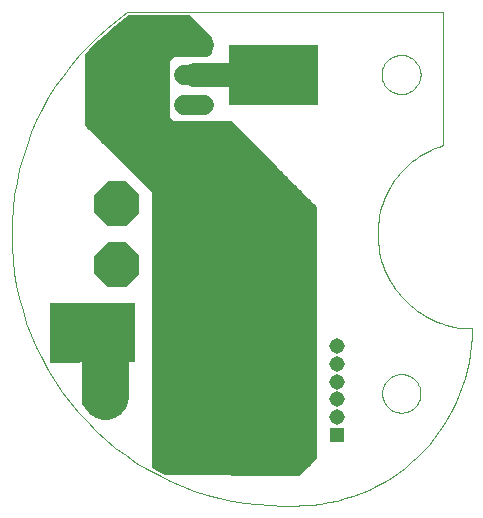
<source format=gtl>
G75*
G70*
%OFA0B0*%
%FSLAX24Y24*%
%IPPOS*%
%LPD*%
%AMOC8*
5,1,8,0,0,1.08239X$1,22.5*
%
%ADD10C,0.0000*%
%ADD11OC8,0.1500*%
%ADD12R,0.0515X0.0515*%
%ADD13C,0.0515*%
%ADD14C,0.0660*%
%ADD15R,0.2000X0.1000*%
%ADD16R,0.1000X0.2000*%
%ADD17C,0.0787*%
%ADD18C,0.0157*%
%ADD19C,0.0400*%
%ADD20C,0.1575*%
D10*
X009193Y008145D02*
X009587Y008145D01*
X012490Y011885D02*
X012492Y011935D01*
X012498Y011985D01*
X012508Y012034D01*
X012521Y012083D01*
X012539Y012130D01*
X012560Y012176D01*
X012584Y012219D01*
X012612Y012261D01*
X012643Y012301D01*
X012677Y012338D01*
X012714Y012372D01*
X012754Y012403D01*
X012796Y012431D01*
X012839Y012455D01*
X012885Y012476D01*
X012932Y012494D01*
X012981Y012507D01*
X013030Y012517D01*
X013080Y012523D01*
X013130Y012525D01*
X013180Y012523D01*
X013230Y012517D01*
X013279Y012507D01*
X013328Y012494D01*
X013375Y012476D01*
X013421Y012455D01*
X013464Y012431D01*
X013506Y012403D01*
X013546Y012372D01*
X013583Y012338D01*
X013617Y012301D01*
X013648Y012261D01*
X013676Y012219D01*
X013700Y012176D01*
X013721Y012130D01*
X013739Y012083D01*
X013752Y012034D01*
X013762Y011985D01*
X013768Y011935D01*
X013770Y011885D01*
X013768Y011835D01*
X013762Y011785D01*
X013752Y011736D01*
X013739Y011687D01*
X013721Y011640D01*
X013700Y011594D01*
X013676Y011551D01*
X013648Y011509D01*
X013617Y011469D01*
X013583Y011432D01*
X013546Y011398D01*
X013506Y011367D01*
X013464Y011339D01*
X013421Y011315D01*
X013375Y011294D01*
X013328Y011276D01*
X013279Y011263D01*
X013230Y011253D01*
X013180Y011247D01*
X013130Y011245D01*
X013080Y011247D01*
X013030Y011253D01*
X012981Y011263D01*
X012932Y011276D01*
X012885Y011294D01*
X012839Y011315D01*
X012796Y011339D01*
X012754Y011367D01*
X012714Y011398D01*
X012677Y011432D01*
X012643Y011469D01*
X012612Y011509D01*
X012584Y011551D01*
X012560Y011594D01*
X012539Y011640D01*
X012521Y011687D01*
X012508Y011736D01*
X012498Y011785D01*
X012492Y011835D01*
X012490Y011885D01*
X015493Y014050D02*
X015486Y013769D01*
X015466Y013489D01*
X015433Y013209D01*
X015386Y012932D01*
X015327Y012658D01*
X015254Y012386D01*
X015168Y012118D01*
X015070Y011855D01*
X014959Y011597D01*
X014836Y011344D01*
X014702Y011097D01*
X014555Y010857D01*
X014398Y010624D01*
X014229Y010399D01*
X014050Y010182D01*
X013861Y009974D01*
X013663Y009776D01*
X013455Y009587D01*
X013238Y009408D01*
X013013Y009239D01*
X012780Y009082D01*
X012540Y008935D01*
X012293Y008801D01*
X012040Y008678D01*
X011782Y008567D01*
X011519Y008469D01*
X011251Y008383D01*
X010979Y008310D01*
X010705Y008251D01*
X010428Y008204D01*
X010148Y008171D01*
X009868Y008151D01*
X009587Y008144D01*
X009193Y008145D02*
X008762Y008155D01*
X008332Y008186D01*
X007904Y008237D01*
X007479Y008309D01*
X007058Y008400D01*
X006642Y008512D01*
X006231Y008643D01*
X005828Y008794D01*
X005431Y008963D01*
X005044Y009152D01*
X004665Y009358D01*
X004297Y009582D01*
X003941Y009824D01*
X003596Y010082D01*
X003263Y010357D01*
X002944Y010647D01*
X002640Y010951D01*
X002350Y011270D01*
X002075Y011603D01*
X001817Y011948D01*
X001575Y012304D01*
X001351Y012673D01*
X001145Y013051D01*
X000956Y013438D01*
X000787Y013835D01*
X000636Y014238D01*
X000505Y014649D01*
X000393Y015065D01*
X000302Y015486D01*
X000230Y015911D01*
X000179Y016339D01*
X000148Y016769D01*
X000138Y017200D01*
X003996Y024601D02*
X004036Y024601D01*
X009311Y024601D01*
X014508Y024601D01*
X014508Y020153D01*
X012471Y022515D02*
X012473Y022565D01*
X012479Y022615D01*
X012489Y022665D01*
X012502Y022713D01*
X012519Y022761D01*
X012540Y022807D01*
X012564Y022851D01*
X012592Y022893D01*
X012623Y022933D01*
X012657Y022970D01*
X012694Y023005D01*
X012733Y023036D01*
X012774Y023065D01*
X012818Y023090D01*
X012864Y023112D01*
X012911Y023130D01*
X012959Y023144D01*
X013008Y023155D01*
X013058Y023162D01*
X013108Y023165D01*
X013159Y023164D01*
X013209Y023159D01*
X013259Y023150D01*
X013307Y023138D01*
X013355Y023121D01*
X013401Y023101D01*
X013446Y023078D01*
X013489Y023051D01*
X013529Y023021D01*
X013567Y022988D01*
X013602Y022952D01*
X013635Y022913D01*
X013664Y022872D01*
X013690Y022829D01*
X013713Y022784D01*
X013732Y022737D01*
X013747Y022689D01*
X013759Y022640D01*
X013767Y022590D01*
X013771Y022540D01*
X013771Y022490D01*
X013767Y022440D01*
X013759Y022390D01*
X013747Y022341D01*
X013732Y022293D01*
X013713Y022246D01*
X013690Y022201D01*
X013664Y022158D01*
X013635Y022117D01*
X013602Y022078D01*
X013567Y022042D01*
X013529Y022009D01*
X013489Y021979D01*
X013446Y021952D01*
X013401Y021929D01*
X013355Y021909D01*
X013307Y021892D01*
X013259Y021880D01*
X013209Y021871D01*
X013159Y021866D01*
X013108Y021865D01*
X013058Y021868D01*
X013008Y021875D01*
X012959Y021886D01*
X012911Y021900D01*
X012864Y021918D01*
X012818Y021940D01*
X012774Y021965D01*
X012733Y021994D01*
X012694Y022025D01*
X012657Y022060D01*
X012623Y022097D01*
X012592Y022137D01*
X012564Y022179D01*
X012540Y022223D01*
X012519Y022269D01*
X012502Y022317D01*
X012489Y022365D01*
X012479Y022415D01*
X012473Y022465D01*
X012471Y022515D01*
X012343Y017239D02*
X012343Y017200D01*
X012342Y017239D02*
X012345Y017383D01*
X012356Y017527D01*
X012373Y017670D01*
X012396Y017812D01*
X012427Y017953D01*
X012464Y018092D01*
X012508Y018229D01*
X012558Y018364D01*
X012614Y018497D01*
X012677Y018626D01*
X012745Y018753D01*
X012820Y018876D01*
X012900Y018996D01*
X012986Y019112D01*
X013078Y019223D01*
X013174Y019330D01*
X013276Y019432D01*
X013382Y019530D01*
X013492Y019622D01*
X013607Y019709D01*
X013726Y019790D01*
X013849Y019866D01*
X013975Y019936D01*
X014104Y019999D01*
X014236Y020057D01*
X014371Y020108D01*
X014508Y020153D01*
X012342Y017200D02*
X012346Y017050D01*
X012356Y016901D01*
X012374Y016752D01*
X012399Y016604D01*
X012431Y016457D01*
X012470Y016313D01*
X012515Y016170D01*
X012568Y016029D01*
X012627Y015891D01*
X012692Y015757D01*
X012764Y015625D01*
X012842Y015497D01*
X012926Y015373D01*
X013016Y015253D01*
X013111Y015137D01*
X013212Y015026D01*
X013318Y014920D01*
X013429Y014819D01*
X013545Y014724D01*
X013665Y014634D01*
X013789Y014550D01*
X013917Y014472D01*
X014049Y014400D01*
X014183Y014335D01*
X014321Y014276D01*
X014462Y014223D01*
X014605Y014178D01*
X014749Y014139D01*
X014896Y014107D01*
X015044Y014082D01*
X015193Y014064D01*
X015342Y014054D01*
X015492Y014050D01*
X003996Y024602D02*
X003647Y024345D01*
X003310Y024072D01*
X002987Y023782D01*
X002678Y023478D01*
X002384Y023159D01*
X002105Y022826D01*
X001843Y022481D01*
X001598Y022123D01*
X001370Y021753D01*
X001161Y021374D01*
X000969Y020984D01*
X000797Y020586D01*
X000644Y020180D01*
X000511Y019767D01*
X000397Y019349D01*
X000304Y018925D01*
X000232Y018497D01*
X000180Y018066D01*
X000148Y017634D01*
X000138Y017200D01*
D11*
X003248Y011806D03*
X005610Y009956D03*
X003642Y016176D03*
X003642Y018184D03*
D12*
X010984Y010507D03*
D13*
X010984Y011097D03*
X010984Y011688D03*
X010984Y012279D03*
X010984Y012869D03*
X010980Y013460D03*
D14*
X006551Y021515D02*
X005891Y021515D01*
X005891Y022515D02*
X006551Y022515D01*
X006551Y023515D02*
X005891Y023515D01*
D15*
X003248Y014405D03*
X003248Y013420D03*
D16*
X001910Y013912D03*
X007894Y022515D03*
X008878Y022515D03*
X009862Y022515D03*
D17*
X008878Y022515D02*
X007894Y022515D01*
X006221Y022515D01*
X006221Y023515D02*
X005134Y023515D01*
X004921Y023302D01*
X004921Y019503D01*
X005728Y018696D01*
X005728Y016216D01*
X005728Y010074D01*
X005610Y009956D01*
D18*
X005249Y009264D02*
X004882Y009456D01*
X004882Y018637D01*
X002642Y020869D01*
X002640Y023156D01*
X002880Y023429D01*
X003672Y024138D01*
X004055Y024423D01*
X006025Y024423D01*
X006732Y023716D01*
X006732Y023282D01*
X006634Y023204D01*
X005532Y023204D01*
X005315Y022987D01*
X005315Y021082D01*
X005497Y020901D01*
X007407Y020900D01*
X010232Y018076D01*
X010232Y009765D01*
X009682Y009226D01*
X005249Y009264D01*
X005003Y009393D02*
X009851Y009393D01*
X010011Y009548D02*
X004882Y009548D01*
X004882Y009704D02*
X010170Y009704D01*
X010232Y009860D02*
X004882Y009860D01*
X004882Y010016D02*
X010232Y010016D01*
X010232Y010172D02*
X004882Y010172D01*
X004882Y010328D02*
X010232Y010328D01*
X010232Y010484D02*
X004882Y010484D01*
X004882Y010640D02*
X010232Y010640D01*
X010232Y010796D02*
X004882Y010796D01*
X004882Y010952D02*
X010232Y010952D01*
X010232Y011108D02*
X004882Y011108D01*
X004882Y011264D02*
X010232Y011264D01*
X010232Y011420D02*
X004882Y011420D01*
X004882Y011576D02*
X010232Y011576D01*
X010232Y011732D02*
X004882Y011732D01*
X004882Y011888D02*
X010232Y011888D01*
X010232Y012044D02*
X004882Y012044D01*
X004882Y012200D02*
X010232Y012200D01*
X010232Y012356D02*
X004882Y012356D01*
X004882Y012512D02*
X010232Y012512D01*
X010232Y012668D02*
X004882Y012668D01*
X004882Y012824D02*
X010232Y012824D01*
X010232Y012980D02*
X004882Y012980D01*
X004882Y013136D02*
X010232Y013136D01*
X010232Y013292D02*
X004882Y013292D01*
X004882Y013448D02*
X010232Y013448D01*
X010232Y013604D02*
X004882Y013604D01*
X004882Y013760D02*
X010232Y013760D01*
X010232Y013916D02*
X004882Y013916D01*
X004882Y014072D02*
X010232Y014072D01*
X010232Y014228D02*
X004882Y014228D01*
X004882Y014384D02*
X010232Y014384D01*
X010232Y014540D02*
X004882Y014540D01*
X004882Y014696D02*
X010232Y014696D01*
X010232Y014852D02*
X004882Y014852D01*
X004882Y015008D02*
X010232Y015008D01*
X010232Y015164D02*
X004882Y015164D01*
X004882Y015320D02*
X010232Y015320D01*
X010232Y015476D02*
X004882Y015476D01*
X004882Y015632D02*
X010232Y015632D01*
X010232Y015788D02*
X004882Y015788D01*
X004882Y015944D02*
X010232Y015944D01*
X010232Y016100D02*
X004882Y016100D01*
X004882Y016256D02*
X010232Y016256D01*
X010232Y016412D02*
X004882Y016412D01*
X004882Y016568D02*
X010232Y016568D01*
X010232Y016724D02*
X004882Y016724D01*
X004882Y016880D02*
X010232Y016880D01*
X010232Y017036D02*
X004882Y017036D01*
X004882Y017192D02*
X010232Y017192D01*
X010232Y017348D02*
X004882Y017348D01*
X004882Y017504D02*
X010232Y017504D01*
X010232Y017659D02*
X004882Y017659D01*
X004882Y017815D02*
X010232Y017815D01*
X010232Y017971D02*
X004882Y017971D01*
X004882Y018127D02*
X010180Y018127D01*
X010024Y018283D02*
X004882Y018283D01*
X004882Y018439D02*
X009868Y018439D01*
X009712Y018595D02*
X004882Y018595D01*
X004767Y018751D02*
X009556Y018751D01*
X009400Y018907D02*
X004610Y018907D01*
X004454Y019063D02*
X009244Y019063D01*
X009088Y019219D02*
X004297Y019219D01*
X004141Y019375D02*
X008932Y019375D01*
X008776Y019531D02*
X003984Y019531D01*
X003828Y019687D02*
X008620Y019687D01*
X008464Y019843D02*
X003671Y019843D01*
X003514Y019999D02*
X008308Y019999D01*
X008152Y020155D02*
X003358Y020155D01*
X003201Y020311D02*
X007996Y020311D01*
X007840Y020467D02*
X003045Y020467D01*
X002888Y020623D02*
X007684Y020623D01*
X007528Y020779D02*
X002731Y020779D01*
X002642Y020935D02*
X005462Y020935D01*
X005315Y021091D02*
X002642Y021091D01*
X002642Y021247D02*
X005315Y021247D01*
X005315Y021403D02*
X002641Y021403D01*
X002641Y021559D02*
X005315Y021559D01*
X005315Y021715D02*
X002641Y021715D01*
X002641Y021871D02*
X005315Y021871D01*
X005315Y022027D02*
X002641Y022027D01*
X002641Y022183D02*
X005315Y022183D01*
X005315Y022339D02*
X002641Y022339D01*
X002641Y022495D02*
X005315Y022495D01*
X005315Y022651D02*
X002641Y022651D01*
X002641Y022807D02*
X005315Y022807D01*
X005315Y022963D02*
X002641Y022963D01*
X002640Y023119D02*
X005447Y023119D01*
X006081Y024367D02*
X003980Y024367D01*
X003770Y024211D02*
X006237Y024211D01*
X006393Y024055D02*
X003580Y024055D01*
X003405Y023899D02*
X006549Y023899D01*
X006705Y023743D02*
X003231Y023743D01*
X003057Y023587D02*
X006732Y023587D01*
X006732Y023431D02*
X002882Y023431D01*
X002745Y023275D02*
X006723Y023275D01*
X007894Y022515D02*
X009862Y022515D01*
X003248Y014405D02*
X003248Y013420D01*
X003248Y014405D01*
X002402Y014405D01*
X001910Y013912D01*
X008473Y009237D02*
X009692Y009237D01*
D19*
X005689Y016176D02*
X005728Y016216D01*
D20*
X003248Y013420D02*
X003248Y011806D01*
M02*

</source>
